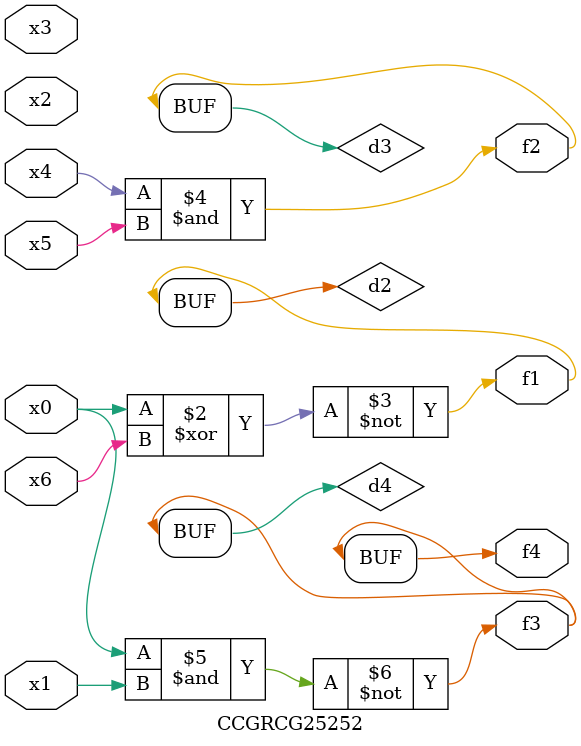
<source format=v>
module CCGRCG25252(
	input x0, x1, x2, x3, x4, x5, x6,
	output f1, f2, f3, f4
);

	wire d1, d2, d3, d4;

	nor (d1, x0);
	xnor (d2, x0, x6);
	and (d3, x4, x5);
	nand (d4, x0, x1);
	assign f1 = d2;
	assign f2 = d3;
	assign f3 = d4;
	assign f4 = d4;
endmodule

</source>
